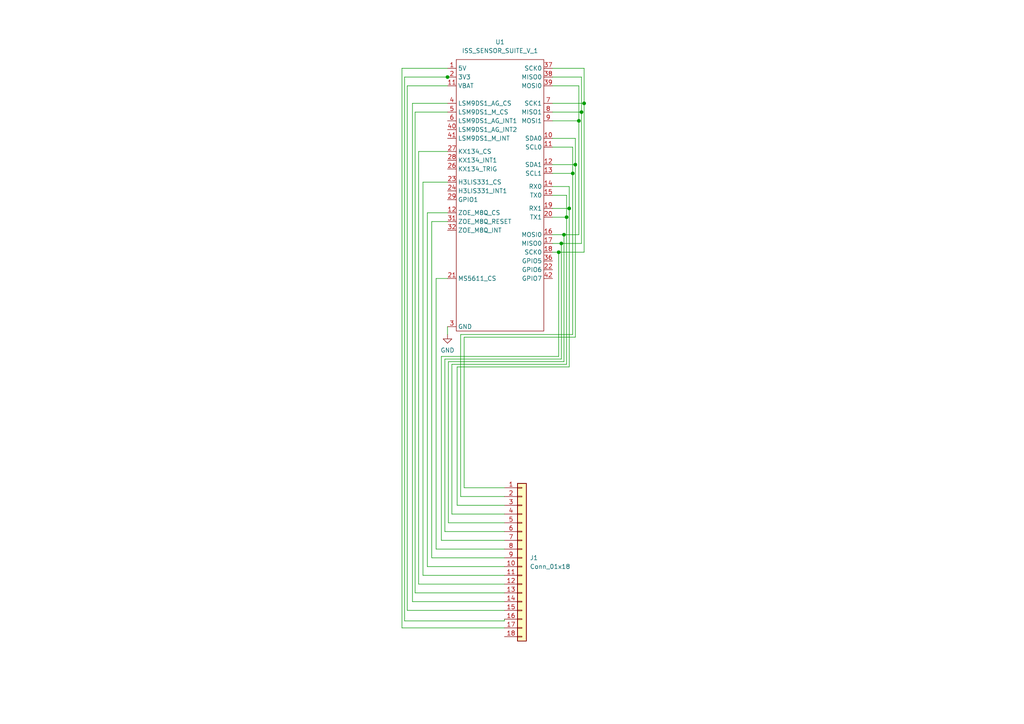
<source format=kicad_sch>
(kicad_sch (version 20211123) (generator eeschema)
  (paper "A4")
  (lib_symbols
    (symbol "Connector_Generic:Conn_01x18" (pin_names (offset 1.016) hide)
      (property "Reference" "J" (at 0 22.86 0))
      (property "Value" "Conn_01x18" (at 0 -25.4 0))
      (symbol "Conn_01x18_1_1"
        (rectangle (start -1.27 -22.733) (end 0 -22.987) (stroke (width 0.1524)))
        (rectangle (start -1.27 -20.193) (end 0 -20.447) (stroke (width 0.1524)))
        (rectangle (start -1.27 -17.653) (end 0 -17.907) (stroke (width 0.1524)))
        (rectangle (start -1.27 -15.113) (end 0 -15.367) (stroke (width 0.1524)))
        (rectangle (start -1.27 -12.573) (end 0 -12.827) (stroke (width 0.1524)))
        (rectangle (start -1.27 -10.033) (end 0 -10.287) (stroke (width 0.1524)))
        (rectangle (start -1.27 -7.493) (end 0 -7.747) (stroke (width 0.1524)))
        (rectangle (start -1.27 -4.953) (end 0 -5.207) (stroke (width 0.1524)))
        (rectangle (start -1.27 -2.413) (end 0 -2.667) (stroke (width 0.1524)))
        (rectangle (start -1.27 0.127) (end 0 -0.127) (stroke (width 0.1524)))
        (rectangle (start -1.27 2.667) (end 0 2.413) (stroke (width 0.1524)))
        (rectangle (start -1.27 5.207) (end 0 4.953) (stroke (width 0.1524)))
        (rectangle (start -1.27 7.747) (end 0 7.493) (stroke (width 0.1524)))
        (rectangle (start -1.27 10.287) (end 0 10.033) (stroke (width 0.1524)))
        (rectangle (start -1.27 12.827) (end 0 12.573) (stroke (width 0.1524)))
        (rectangle (start -1.27 15.367) (end 0 15.113) (stroke (width 0.1524)))
        (rectangle (start -1.27 17.907) (end 0 17.653) (stroke (width 0.1524)))
        (rectangle (start -1.27 20.447) (end 0 20.193) (stroke (width 0.1524)))
        (rectangle (start -1.27 21.59) (end 1.27 -24.13) (stroke (width 0.254)) (fill (type background)))
        (pin passive line (at -5.08 20.32 0) (length 3.81) (name "Pin_1") (number "1"))
        (pin passive line (at -5.08 -2.54 0) (length 3.81) (name "Pin_10") (number "10"))
        (pin passive line (at -5.08 -5.08 0) (length 3.81) (name "Pin_11") (number "11"))
        (pin passive line (at -5.08 -7.62 0) (length 3.81) (name "Pin_12") (number "12"))
        (pin passive line (at -5.08 -10.16 0) (length 3.81) (name "Pin_13") (number "13"))
        (pin passive line (at -5.08 -12.7 0) (length 3.81) (name "Pin_14") (number "14"))
        (pin passive line (at -5.08 -15.24 0) (length 3.81) (name "Pin_15") (number "15"))
        (pin passive line (at -5.08 -17.78 0) (length 3.81) (name "Pin_16") (number "16"))
        (pin passive line (at -5.08 -20.32 0) (length 3.81) (name "Pin_17") (number "17"))
        (pin passive line (at -5.08 -22.86 0) (length 3.81) (name "Pin_18") (number "18"))
        (pin passive line (at -5.08 17.78 0) (length 3.81) (name "Pin_2") (number "2"))
        (pin passive line (at -5.08 15.24 0) (length 3.81) (name "Pin_3") (number "3"))
        (pin passive line (at -5.08 12.7 0) (length 3.81) (name "Pin_4") (number "4"))
        (pin passive line (at -5.08 10.16 0) (length 3.81) (name "Pin_5") (number "5"))
        (pin passive line (at -5.08 7.62 0) (length 3.81) (name "Pin_6") (number "6"))
        (pin passive line (at -5.08 5.08 0) (length 3.81) (name "Pin_7") (number "7"))
        (pin passive line (at -5.08 2.54 0) (length 3.81) (name "Pin_8") (number "8"))
        (pin passive line (at -5.08 0 0) (length 3.81) (name "Pin_9") (number "9"))
      )
    )
    (symbol "SensorModule:ISS_SENSOR_SUITE_V_1"
      (property "Reference" "U1" (at 0 26.7757 0))
      (property "Value" "ISS_SENSOR_SUITE_V_1" (at 0 24.0006 0))
      (symbol "ISS_SENSOR_SUITE_V_1_0_1"
        (rectangle (start -12.7 22.86) (end 12.7 -55.88) (stroke (width 0.1524)))
      )
      (symbol "ISS_SENSOR_SUITE_V_1_1_1"
        (pin power_in line (at -15.24 20.32 0) (length 2.54) (name "5V") (number "1"))
        (pin bidirectional line (at 15.24 0 180) (length 2.54) (name "SDA0") (number "10"))
        (pin input line (at 15.24 -2.54 180) (length 2.54) (name "SCL0") (number "11"))
        (pin power_in line (at -15.24 15.24 0) (length 2.54) (name "VBAT") (number "11"))
        (pin bidirectional line (at 15.24 -7.62 180) (length 2.54) (name "SDA1") (number "12"))
        (pin input line (at -15.24 -21.59 0) (length 2.54) (name "ZOE_M8Q_CS") (number "12"))
        (pin input line (at 15.24 -10.16 180) (length 2.54) (name "SCL1") (number "13"))
        (pin input line (at 15.24 -13.97 180) (length 2.54) (name "RX0") (number "14"))
        (pin output line (at 15.24 -16.51 180) (length 2.54) (name "TX0") (number "15"))
        (pin input line (at 15.24 -27.94 180) (length 2.54) (name "MOSI0") (number "16"))
        (pin output line (at 15.24 -30.48 180) (length 2.54) (name "MISO0") (number "17"))
        (pin input line (at 15.24 -33.02 180) (length 2.54) (name "SCK0") (number "18"))
        (pin input line (at 15.24 -20.32 180) (length 2.54) (name "RX1") (number "19"))
        (pin power_in line (at -15.24 17.78 0) (length 2.54) (name "3V3") (number "2"))
        (pin output line (at 15.24 -22.86 180) (length 2.54) (name "TX1") (number "20"))
        (pin input line (at -15.24 -40.64 0) (length 2.54) (name "MS5611_CS") (number "21"))
        (pin free line (at 15.24 -38.1 180) (length 2.54) (name "GPIO6") (number "22"))
        (pin input line (at -15.24 -12.7 0) (length 2.54) (name "H3LIS331_CS") (number "23"))
        (pin output line (at -15.24 -15.24 0) (length 2.54) (name "H3LIS331_INT1") (number "24"))
        (pin output line (at -15.24 -8.89 0) (length 2.54) (name "KX134_TRIG") (number "26"))
        (pin input line (at -15.24 -3.81 0) (length 2.54) (name "KX134_CS") (number "27"))
        (pin output line (at -15.24 -6.35 0) (length 2.54) (name "KX134_INT1") (number "28"))
        (pin free line (at -15.24 -17.78 0) (length 2.54) (name "GPIO1") (number "29"))
        (pin input line (at -15.24 -54.61 0) (length 2.54) (name "GND") (number "3"))
        (pin input line (at -15.24 -24.13 0) (length 2.54) (name "ZOE_M8Q_RESET") (number "31"))
        (pin input line (at -15.24 -26.67 0) (length 2.54) (name "ZOE_M8Q_INT") (number "32"))
        (pin free line (at 15.24 -35.56 180) (length 2.54) (name "GPIO5") (number "36"))
        (pin input line (at 15.24 20.32 180) (length 2.54) (name "SCK0") (number "37"))
        (pin output line (at 15.24 17.78 180) (length 2.54) (name "MISO0") (number "38"))
        (pin input line (at 15.24 15.24 180) (length 2.54) (name "MOSI0") (number "39"))
        (pin input line (at -15.24 10.16 0) (length 2.54) (name "LSM9DS1_AG_CS") (number "4"))
        (pin output line (at -15.24 2.54 0) (length 2.54) (name "LSM9DS1_AG_INT2") (number "40"))
        (pin output line (at -15.24 0 0) (length 2.54) (name "LSM9DS1_M_INT") (number "41"))
        (pin free line (at 15.24 -40.64 180) (length 2.54) (name "GPIO7") (number "42"))
        (pin input line (at -15.24 7.62 0) (length 2.54) (name "LSM9DS1_M_CS") (number "5"))
        (pin output line (at -15.24 5.08 0) (length 2.54) (name "LSM9DS1_AG_INT1") (number "6"))
        (pin input line (at 15.24 10.16 180) (length 2.54) (name "SCK1") (number "7"))
        (pin output line (at 15.24 7.62 180) (length 2.54) (name "MISO1") (number "8"))
        (pin input line (at 15.24 5.08 180) (length 2.54) (name "MOSI1") (number "9"))
      )
    )
    (symbol "power:GND" (power) (pin_names (offset 0))
      (property "Value" "GND" (at 0 -3.81 0))
      (symbol "GND_0_1"
        (polyline (pts (xy 0 0) (xy 0 -1.27) (xy 1.27 -1.27) (xy 0 -2.54) (xy -1.27 -1.27) (xy 0 -1.27)))
      )
      (symbol "GND_1_1"
        (pin power_in line (at 0 0 270) (length 0) hide (name "GND") (number "1"))
      )
    )
  )
  (junction (at 162.814 70.612))
  (junction (at 165.1 60.452))
  (junction (at 164.338 62.992))
  (junction (at 166.878 47.752))
  (junction (at 169.418 29.972))
  (junction (at 168.656 32.512))
  (junction (at 166.116 50.292))
  (junction (at 129.794 22.352))
  (junction (at 162.052 73.152))
  (junction (at 163.576 68.072))
  (junction (at 167.894 35.052))
  (wire (pts (xy 160.274 68.072) (xy 163.576 68.072)))
  (wire (pts (xy 122.682 52.832) (xy 122.682 166.878)))
  (wire (pts (xy 169.418 19.812) (xy 169.418 29.972)))
  (wire (pts (xy 168.656 32.512) (xy 168.656 70.612)))
  (wire (pts (xy 132.588 106.426) (xy 132.588 146.558)))
  (wire (pts (xy 160.274 62.992) (xy 164.338 62.992)))
  (wire (pts (xy 119.634 29.972) (xy 119.634 174.498)))
  (wire (pts (xy 121.412 43.942) (xy 121.412 169.418)))
  (wire (pts (xy 166.878 47.752) (xy 166.878 97.79)))
  (wire (pts (xy 167.894 24.892) (xy 167.894 35.052)))
  (wire (pts (xy 121.412 169.418) (xy 146.304 169.418)))
  (wire (pts (xy 123.952 61.722) (xy 123.952 164.338)))
  (wire (pts (xy 129.794 94.742) (xy 129.794 97.028)))
  (wire (pts (xy 160.274 47.752) (xy 166.878 47.752)))
  (wire (pts (xy 125.222 161.798) (xy 146.304 161.798)))
  (wire (pts (xy 160.274 54.102) (xy 165.1 54.102)))
  (wire (pts (xy 162.814 70.612) (xy 162.814 104.14)))
  (wire (pts (xy 160.274 50.292) (xy 166.116 50.292)))
  (wire (pts (xy 160.274 24.892) (xy 167.894 24.892)))
  (wire (pts (xy 129.794 22.352) (xy 117.348 22.352)))
  (wire (pts (xy 166.116 50.292) (xy 166.116 97.028)))
  (wire (pts (xy 131.064 105.664) (xy 131.064 149.098)))
  (wire (pts (xy 169.418 29.972) (xy 169.418 73.152)))
  (wire (pts (xy 129.794 24.892) (xy 118.11 24.892)))
  (wire (pts (xy 126.492 159.258) (xy 146.304 159.258)))
  (wire (pts (xy 129.794 80.772) (xy 126.492 80.772)))
  (wire (pts (xy 128.016 103.378) (xy 128.016 156.718)))
  (wire (pts (xy 165.1 106.426) (xy 132.588 106.426)))
  (wire (pts (xy 160.274 29.972) (xy 169.418 29.972)))
  (wire (pts (xy 160.274 70.612) (xy 162.814 70.612)))
  (wire (pts (xy 129.032 104.14) (xy 129.032 154.178)))
  (wire (pts (xy 134.62 97.79) (xy 134.62 141.478)))
  (wire (pts (xy 160.274 56.642) (xy 164.338 56.642)))
  (wire (pts (xy 129.794 43.942) (xy 121.412 43.942)))
  (wire (pts (xy 129.794 19.812) (xy 116.586 19.812)))
  (wire (pts (xy 168.656 70.612) (xy 162.814 70.612)))
  (wire (pts (xy 122.682 166.878) (xy 146.304 166.878)))
  (wire (pts (xy 116.586 19.812) (xy 116.586 182.118)))
  (wire (pts (xy 163.576 104.902) (xy 130.048 104.902)))
  (wire (pts (xy 160.274 32.512) (xy 168.656 32.512)))
  (wire (pts (xy 123.952 164.338) (xy 146.304 164.338)))
  (wire (pts (xy 162.052 73.152) (xy 162.052 103.378)))
  (wire (pts (xy 133.604 144.018) (xy 146.304 144.018)))
  (wire (pts (xy 129.794 29.972) (xy 119.634 29.972)))
  (wire (pts (xy 134.62 141.478) (xy 146.304 141.478)))
  (wire (pts (xy 160.274 19.812) (xy 169.418 19.812)))
  (wire (pts (xy 169.418 73.152) (xy 162.052 73.152)))
  (wire (pts (xy 160.274 73.152) (xy 162.052 73.152)))
  (wire (pts (xy 125.222 64.262) (xy 125.222 161.798)))
  (wire (pts (xy 167.894 35.052) (xy 167.894 68.072)))
  (wire (pts (xy 129.794 61.722) (xy 123.952 61.722)))
  (wire (pts (xy 117.348 180.086) (xy 146.304 180.086)))
  (wire (pts (xy 160.274 22.352) (xy 168.656 22.352)))
  (wire (pts (xy 128.016 156.718) (xy 146.304 156.718)))
  (wire (pts (xy 130.048 104.902) (xy 130.048 151.638)))
  (wire (pts (xy 126.492 80.772) (xy 126.492 159.258)))
  (wire (pts (xy 120.396 32.512) (xy 120.396 171.958)))
  (wire (pts (xy 163.576 68.072) (xy 163.576 104.902)))
  (wire (pts (xy 164.338 62.992) (xy 164.338 105.664)))
  (wire (pts (xy 166.116 97.028) (xy 133.604 97.028)))
  (wire (pts (xy 146.304 180.086) (xy 146.304 179.578)))
  (wire (pts (xy 160.274 60.452) (xy 165.1 60.452)))
  (wire (pts (xy 166.878 40.132) (xy 166.878 47.752)))
  (wire (pts (xy 129.794 52.832) (xy 122.682 52.832)))
  (wire (pts (xy 118.11 177.038) (xy 146.304 177.038)))
  (wire (pts (xy 118.11 24.892) (xy 118.11 177.038)))
  (wire (pts (xy 131.064 149.098) (xy 146.304 149.098)))
  (wire (pts (xy 166.878 97.79) (xy 134.62 97.79)))
  (wire (pts (xy 162.814 104.14) (xy 129.032 104.14)))
  (wire (pts (xy 129.794 32.512) (xy 120.396 32.512)))
  (wire (pts (xy 119.634 174.498) (xy 146.304 174.498)))
  (wire (pts (xy 168.656 22.352) (xy 168.656 32.512)))
  (wire (pts (xy 160.274 42.672) (xy 166.116 42.672)))
  (wire (pts (xy 166.116 42.672) (xy 166.116 50.292)))
  (wire (pts (xy 120.396 171.958) (xy 146.304 171.958)))
  (wire (pts (xy 162.052 103.378) (xy 128.016 103.378)))
  (wire (pts (xy 167.894 68.072) (xy 163.576 68.072)))
  (wire (pts (xy 116.586 182.118) (xy 146.304 182.118)))
  (wire (pts (xy 130.048 151.638) (xy 146.304 151.638)))
  (wire (pts (xy 160.274 35.052) (xy 167.894 35.052)))
  (wire (pts (xy 130.048 22.352) (xy 129.794 22.352)))
  (wire (pts (xy 129.794 64.262) (xy 125.222 64.262)))
  (wire (pts (xy 165.1 54.102) (xy 165.1 60.452)))
  (wire (pts (xy 129.032 154.178) (xy 146.304 154.178)))
  (wire (pts (xy 160.274 40.132) (xy 166.878 40.132)))
  (wire (pts (xy 164.338 105.664) (xy 131.064 105.664)))
  (wire (pts (xy 133.604 97.028) (xy 133.604 144.018)))
  (wire (pts (xy 165.1 60.452) (xy 165.1 106.426)))
  (wire (pts (xy 117.348 22.352) (xy 117.348 180.086)))
  (wire (pts (xy 132.588 146.558) (xy 146.304 146.558)))
  (wire (pts (xy 164.338 56.642) (xy 164.338 62.992)))
  (symbol (lib_id "power:GND") (at 129.794 97.028 0) (unit 1)
    (property "Reference" "#PWR0101" (effects hide))
    (property "Value" "GND" (at 129.794 101.6 0))
  )
  (symbol (lib_id "SensorModule:ISS_SENSOR_SUITE_V_1") (at 145.034 40.132 0) (unit 1)
    (property "Reference" "U1" (at 145.034 12.192 0))
    (property "Value" "ISS_SENSOR_SUITE_V_1" (at 145.034 14.732 0))
    (property "Footprint" "Sensorsuite:General Sensor Module - 9x12 pin" (effects hide))
  )
  (symbol (lib_id "Connector_Generic:Conn_01x18") (at 151.384 161.798 0) (unit 1)
    (property "Reference" "J1" (at 153.67 161.7979 0) (effects (justify left)))
    (property "Value" "Conn_01x18" (at 153.67 164.3379 0) (effects (justify left)))
    (property "Footprint" "Connector_PinHeader_2.54mm:PinHeader_1x18_P2.54mm_Vertical" (effects hide))
  )
)
</source>
